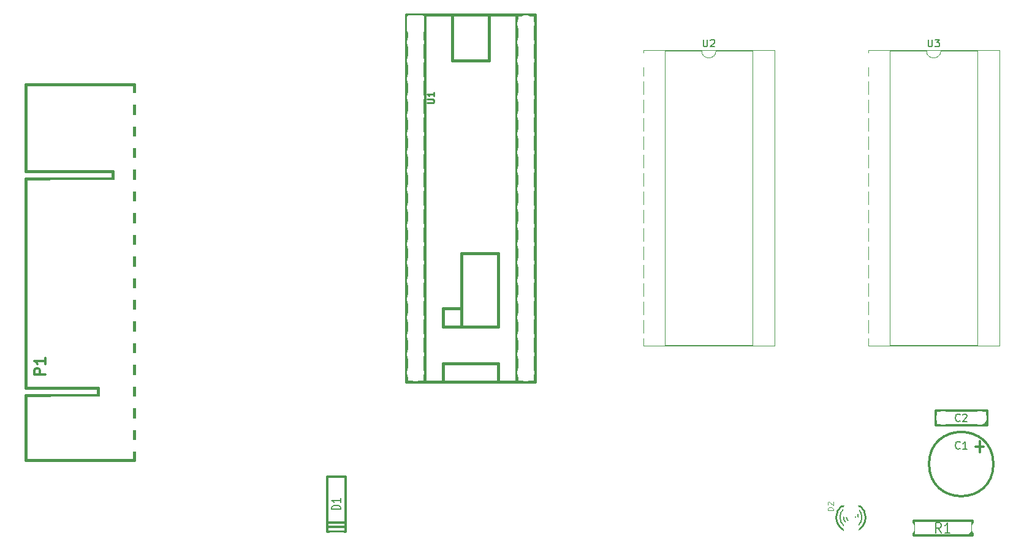
<source format=gto>
G04 #@! TF.GenerationSoftware,KiCad,Pcbnew,5.1.10*
G04 #@! TF.CreationDate,2021-08-31T10:28:22-07:00*
G04 #@! TF.ProjectId,rx5cart,72783563-6172-4742-9e6b-696361645f70,1*
G04 #@! TF.SameCoordinates,Original*
G04 #@! TF.FileFunction,Legend,Top*
G04 #@! TF.FilePolarity,Positive*
%FSLAX46Y46*%
G04 Gerber Fmt 4.6, Leading zero omitted, Abs format (unit mm)*
G04 Created by KiCad (PCBNEW 5.1.10) date 2021-08-31 10:28:22*
%MOMM*%
%LPD*%
G01*
G04 APERTURE LIST*
%ADD10C,0.304800*%
%ADD11C,0.152400*%
%ADD12C,0.254000*%
%ADD13C,0.120000*%
%ADD14C,0.381000*%
%ADD15C,0.088900*%
%ADD16C,0.150000*%
%ADD17C,0.228600*%
%ADD18C,0.203200*%
%ADD19C,2.184400*%
%ADD20O,2.908000X2.108000*%
%ADD21C,2.387600*%
%ADD22C,2.286000*%
%ADD23C,1.905000*%
G04 APERTURE END LIST*
D10*
X160709428Y-108095142D02*
X161870571Y-108095142D01*
X161290000Y-108869238D02*
X161290000Y-107321047D01*
D11*
X142534473Y-119026864D02*
G75*
G03*
X143510000Y-119380000I975527J1170864D01*
G01*
X143510469Y-119378111D02*
G75*
G03*
X144520920Y-118993920I-469J1522111D01*
G01*
X143509966Y-116333853D02*
G75*
G03*
X142519400Y-116700300I34J-1522147D01*
G01*
X144485527Y-116685136D02*
G75*
G03*
X143510000Y-116332000I-975527J-1170864D01*
G01*
X142622845Y-116616834D02*
G75*
G03*
X141986000Y-117856000I887155J-1239166D01*
G01*
X141986000Y-117856801D02*
G75*
G03*
X142595600Y-119075200I1524000J801D01*
G01*
X145032206Y-117855558D02*
G75*
G03*
X144444720Y-116654580I-1522206J-442D01*
G01*
X144446171Y-119058564D02*
G75*
G03*
X145034000Y-117856000I-936171J1202564D01*
G01*
X142875000Y-117856000D02*
G75*
G03*
X143510000Y-118491000I635000J0D01*
G01*
X142494000Y-117856000D02*
G75*
G03*
X143510000Y-118872000I1016000J0D01*
G01*
X144145000Y-117856000D02*
G75*
G03*
X143510000Y-117221000I-635000J0D01*
G01*
X144526000Y-117856000D02*
G75*
G03*
X143510000Y-116840000I-1016000J0D01*
G01*
D12*
X142206574Y-116297120D02*
G75*
G03*
X141478000Y-117856000I1303426J-1558880D01*
G01*
X141480540Y-117856975D02*
G75*
G03*
X142554960Y-119646700I2029460J975D01*
G01*
X145539386Y-117853448D02*
G75*
G03*
X144820640Y-116306600I-2029386J-2552D01*
G01*
X144519851Y-119619299D02*
G75*
G03*
X145542000Y-117856000I-1009851J1763299D01*
G01*
X142546653Y-119645130D02*
G75*
G03*
X143510000Y-119888000I963347J1789130D01*
G01*
X143510100Y-119886923D02*
G75*
G03*
X144574260Y-119585740I-100J2030923D01*
G01*
X144780000Y-116281200D02*
X142240000Y-116281200D01*
D13*
X153940000Y-53296600D02*
X148880000Y-53296600D01*
X148880000Y-53296600D02*
X148880000Y-94056600D01*
X148880000Y-94056600D02*
X161000000Y-94056600D01*
X161000000Y-94056600D02*
X161000000Y-53296600D01*
X161000000Y-53296600D02*
X155940000Y-53296600D01*
X145880000Y-53236600D02*
X145880000Y-94116600D01*
X145880000Y-94116600D02*
X164000000Y-94116600D01*
X164000000Y-94116600D02*
X164000000Y-53236600D01*
X164000000Y-53236600D02*
X145880000Y-53236600D01*
X155940000Y-53296600D02*
G75*
G02*
X153940000Y-53296600I-1000000J0D01*
G01*
X122876001Y-53296600D02*
X117816001Y-53296600D01*
X117816001Y-53296600D02*
X117816001Y-94056600D01*
X117816001Y-94056600D02*
X129936001Y-94056600D01*
X129936001Y-94056600D02*
X129936001Y-53296600D01*
X129936001Y-53296600D02*
X124876001Y-53296600D01*
X114816001Y-53236600D02*
X114816001Y-94116600D01*
X114816001Y-94116600D02*
X132936001Y-94116600D01*
X132936001Y-94116600D02*
X132936001Y-53236600D01*
X132936001Y-53236600D02*
X114816001Y-53236600D01*
X124876001Y-53296600D02*
G75*
G02*
X122876001Y-53296600I-1000000J0D01*
G01*
D14*
X82095340Y-48323500D02*
X99875340Y-48323500D01*
X82095340Y-99123500D02*
X82095340Y-48323500D01*
X99875340Y-99123500D02*
X82095340Y-99123500D01*
X99875340Y-48323500D02*
X99875340Y-99123500D01*
X97335340Y-48323500D02*
X97335340Y-99123500D01*
X84635340Y-99123500D02*
X84635340Y-48323500D01*
X88445340Y-54673500D02*
X88445340Y-48323500D01*
X93525340Y-54673500D02*
X88445340Y-54673500D01*
X93525340Y-48323500D02*
X93525340Y-54673500D01*
X87175340Y-96583500D02*
X87175340Y-99123500D01*
X94795340Y-96583500D02*
X87175340Y-96583500D01*
X94795340Y-99123500D02*
X94795340Y-96583500D01*
X94795340Y-81343500D02*
X94795340Y-91503500D01*
X89715340Y-81343500D02*
X94795340Y-81343500D01*
X89715340Y-88963500D02*
X89715340Y-81343500D01*
X87175340Y-88963500D02*
X89715340Y-88963500D01*
X87175340Y-91503500D02*
X87175340Y-88963500D01*
X94795340Y-91503500D02*
X87175340Y-91503500D01*
X89715340Y-88963500D02*
X89715340Y-91503500D01*
D10*
X151130000Y-119380000D02*
X152146000Y-119380000D01*
X160274000Y-119888000D02*
X159766000Y-120396000D01*
X160274000Y-118364000D02*
X160274000Y-119380000D01*
X152146000Y-118364000D02*
X160274000Y-118364000D01*
X152146000Y-120396000D02*
X152146000Y-118364000D01*
X160274000Y-120396000D02*
X152146000Y-120396000D01*
X160274000Y-119380000D02*
X160274000Y-120396000D01*
X161290000Y-119380000D02*
X160274000Y-119380000D01*
D14*
X29509720Y-100970080D02*
X29509720Y-109969300D01*
X29509720Y-70970140D02*
X29509720Y-99969320D01*
X29509720Y-69969380D02*
X29509720Y-57970420D01*
X29509720Y-57970420D02*
X29509720Y-69969380D01*
X29507180Y-69969380D02*
X41506140Y-69969380D01*
X41506140Y-69969380D02*
X41506140Y-70970140D01*
X41506140Y-70970140D02*
X29507180Y-70970140D01*
X29509720Y-100970080D02*
X39509700Y-100970080D01*
X39509700Y-100970080D02*
X39509700Y-99969320D01*
X39509700Y-99969320D02*
X29509720Y-99969320D01*
X29509720Y-109969300D02*
X44510960Y-109969300D01*
X44510960Y-109969300D02*
X44510960Y-57970420D01*
X44510960Y-57970420D02*
X29509720Y-57970420D01*
D10*
X72443340Y-119824500D02*
X72443340Y-121094500D01*
X72443340Y-112204500D02*
X72443340Y-110934500D01*
X71173340Y-118554500D02*
X73713340Y-118554500D01*
X73713340Y-119189500D02*
X71173340Y-119189500D01*
X71173340Y-112204500D02*
X73713340Y-112204500D01*
X71173340Y-119824500D02*
X71173340Y-112204500D01*
X73713340Y-119824500D02*
X71173340Y-119824500D01*
X73713340Y-112204500D02*
X73713340Y-119824500D01*
X162306000Y-104648000D02*
X161798000Y-105156000D01*
X162306000Y-103124000D02*
X162306000Y-105156000D01*
X155194000Y-103124000D02*
X162306000Y-103124000D01*
X155194000Y-105156000D02*
X155194000Y-103124000D01*
X162306000Y-105156000D02*
X155194000Y-105156000D01*
X163195000Y-110490000D02*
G75*
G03*
X163195000Y-110490000I-4445000J0D01*
G01*
D15*
X141060714Y-116894428D02*
X140298714Y-116894428D01*
X140298714Y-116713000D01*
X140335000Y-116604142D01*
X140407571Y-116531571D01*
X140480142Y-116495285D01*
X140625285Y-116459000D01*
X140734142Y-116459000D01*
X140879285Y-116495285D01*
X140951857Y-116531571D01*
X141024428Y-116604142D01*
X141060714Y-116713000D01*
X141060714Y-116894428D01*
X140371285Y-116168714D02*
X140335000Y-116132428D01*
X140298714Y-116059857D01*
X140298714Y-115878428D01*
X140335000Y-115805857D01*
X140371285Y-115769571D01*
X140443857Y-115733285D01*
X140516428Y-115733285D01*
X140625285Y-115769571D01*
X141060714Y-116205000D01*
X141060714Y-115733285D01*
D16*
X154178095Y-51748980D02*
X154178095Y-52558504D01*
X154225714Y-52653742D01*
X154273333Y-52701361D01*
X154368571Y-52748980D01*
X154559047Y-52748980D01*
X154654285Y-52701361D01*
X154701904Y-52653742D01*
X154749523Y-52558504D01*
X154749523Y-51748980D01*
X155130476Y-51748980D02*
X155749523Y-51748980D01*
X155416190Y-52129933D01*
X155559047Y-52129933D01*
X155654285Y-52177552D01*
X155701904Y-52225171D01*
X155749523Y-52320409D01*
X155749523Y-52558504D01*
X155701904Y-52653742D01*
X155654285Y-52701361D01*
X155559047Y-52748980D01*
X155273333Y-52748980D01*
X155178095Y-52701361D01*
X155130476Y-52653742D01*
X123114096Y-51748980D02*
X123114096Y-52558504D01*
X123161715Y-52653742D01*
X123209334Y-52701361D01*
X123304572Y-52748980D01*
X123495048Y-52748980D01*
X123590286Y-52701361D01*
X123637905Y-52653742D01*
X123685524Y-52558504D01*
X123685524Y-51748980D01*
X124114096Y-51844219D02*
X124161715Y-51796600D01*
X124256953Y-51748980D01*
X124495048Y-51748980D01*
X124590286Y-51796600D01*
X124637905Y-51844219D01*
X124685524Y-51939457D01*
X124685524Y-52034695D01*
X124637905Y-52177552D01*
X124066477Y-52748980D01*
X124685524Y-52748980D01*
D17*
X84985497Y-60521305D02*
X85725725Y-60521305D01*
X85812811Y-60477762D01*
X85856354Y-60434220D01*
X85899897Y-60347134D01*
X85899897Y-60172962D01*
X85856354Y-60085877D01*
X85812811Y-60042334D01*
X85725725Y-59998791D01*
X84985497Y-59998791D01*
X85899897Y-59084391D02*
X85899897Y-59606905D01*
X85899897Y-59345648D02*
X84985497Y-59345648D01*
X85116125Y-59432734D01*
X85203211Y-59519820D01*
X85246754Y-59606905D01*
D18*
X155998333Y-120011976D02*
X155575000Y-119346738D01*
X155272619Y-120011976D02*
X155272619Y-118614976D01*
X155756428Y-118614976D01*
X155877380Y-118681500D01*
X155937857Y-118748023D01*
X155998333Y-118881071D01*
X155998333Y-119080642D01*
X155937857Y-119213690D01*
X155877380Y-119280214D01*
X155756428Y-119346738D01*
X155272619Y-119346738D01*
X157207857Y-120011976D02*
X156482142Y-120011976D01*
X156845000Y-120011976D02*
X156845000Y-118614976D01*
X156724047Y-118814547D01*
X156603095Y-118947595D01*
X156482142Y-119014119D01*
D10*
X32198128Y-98094437D02*
X30674128Y-98094437D01*
X30674128Y-97513865D01*
X30746700Y-97368722D01*
X30819271Y-97296151D01*
X30964414Y-97223580D01*
X31182128Y-97223580D01*
X31327271Y-97296151D01*
X31399842Y-97368722D01*
X31472414Y-97513865D01*
X31472414Y-98094437D01*
X32198128Y-95772151D02*
X32198128Y-96643008D01*
X32198128Y-96207580D02*
X30674128Y-96207580D01*
X30891842Y-96352722D01*
X31036985Y-96497865D01*
X31109557Y-96643008D01*
D18*
X73017863Y-116764404D02*
X71747863Y-116764404D01*
X71747863Y-116522500D01*
X71808340Y-116377357D01*
X71929292Y-116280595D01*
X72050244Y-116232214D01*
X72292149Y-116183833D01*
X72473578Y-116183833D01*
X72715482Y-116232214D01*
X72836435Y-116280595D01*
X72957387Y-116377357D01*
X73017863Y-116522500D01*
X73017863Y-116764404D01*
X73017863Y-115216214D02*
X73017863Y-115796785D01*
X73017863Y-115506500D02*
X71747863Y-115506500D01*
X71929292Y-115603261D01*
X72050244Y-115700023D01*
X72110720Y-115796785D01*
X158580666Y-104502857D02*
X158532285Y-104551238D01*
X158387142Y-104599619D01*
X158290380Y-104599619D01*
X158145238Y-104551238D01*
X158048476Y-104454476D01*
X158000095Y-104357714D01*
X157951714Y-104164190D01*
X157951714Y-104019047D01*
X158000095Y-103825523D01*
X158048476Y-103728761D01*
X158145238Y-103632000D01*
X158290380Y-103583619D01*
X158387142Y-103583619D01*
X158532285Y-103632000D01*
X158580666Y-103680380D01*
X158967714Y-103680380D02*
X159016095Y-103632000D01*
X159112857Y-103583619D01*
X159354761Y-103583619D01*
X159451523Y-103632000D01*
X159499904Y-103680380D01*
X159548285Y-103777142D01*
X159548285Y-103873904D01*
X159499904Y-104019047D01*
X158919333Y-104599619D01*
X159548285Y-104599619D01*
X158580666Y-108312857D02*
X158532285Y-108361238D01*
X158387142Y-108409619D01*
X158290380Y-108409619D01*
X158145238Y-108361238D01*
X158048476Y-108264476D01*
X158000095Y-108167714D01*
X157951714Y-107974190D01*
X157951714Y-107829047D01*
X158000095Y-107635523D01*
X158048476Y-107538761D01*
X158145238Y-107442000D01*
X158290380Y-107393619D01*
X158387142Y-107393619D01*
X158532285Y-107442000D01*
X158580666Y-107490380D01*
X159548285Y-108409619D02*
X158967714Y-108409619D01*
X159258000Y-108409619D02*
X159258000Y-107393619D01*
X159161238Y-107538761D01*
X159064476Y-107635523D01*
X158967714Y-107683904D01*
%LPC*%
D19*
X143510000Y-119380000D03*
X143510000Y-116840000D03*
D20*
X162560000Y-54626600D03*
X147320000Y-92726600D03*
X162560000Y-57166600D03*
X147320000Y-90186600D03*
X162560000Y-59706600D03*
X147320000Y-87646600D03*
X162560000Y-62246600D03*
X147320000Y-85106600D03*
X162560000Y-64786600D03*
X147320000Y-82566600D03*
X162560000Y-67326600D03*
X147320000Y-80026600D03*
X162560000Y-69866600D03*
X147320000Y-77486600D03*
X162560000Y-72406600D03*
X147320000Y-74946600D03*
X162560000Y-74946600D03*
X147320000Y-72406600D03*
X162560000Y-77486600D03*
X147320000Y-69866600D03*
X162560000Y-80026600D03*
X147320000Y-67326600D03*
X162560000Y-82566600D03*
X147320000Y-64786600D03*
X162560000Y-85106600D03*
X147320000Y-62246600D03*
X162560000Y-87646600D03*
X147320000Y-59706600D03*
X162560000Y-90186600D03*
X147320000Y-57166600D03*
X162560000Y-92726600D03*
G36*
G01*
X145866000Y-55426600D02*
X145866000Y-53826600D01*
G75*
G02*
X146120000Y-53572600I254000J0D01*
G01*
X148520000Y-53572600D01*
G75*
G02*
X148774000Y-53826600I0J-254000D01*
G01*
X148774000Y-55426600D01*
G75*
G02*
X148520000Y-55680600I-254000J0D01*
G01*
X146120000Y-55680600D01*
G75*
G02*
X145866000Y-55426600I0J254000D01*
G01*
G37*
X131496001Y-54626600D03*
X116256001Y-92726600D03*
X131496001Y-57166600D03*
X116256001Y-90186600D03*
X131496001Y-59706600D03*
X116256001Y-87646600D03*
X131496001Y-62246600D03*
X116256001Y-85106600D03*
X131496001Y-64786600D03*
X116256001Y-82566600D03*
X131496001Y-67326600D03*
X116256001Y-80026600D03*
X131496001Y-69866600D03*
X116256001Y-77486600D03*
X131496001Y-72406600D03*
X116256001Y-74946600D03*
X131496001Y-74946600D03*
X116256001Y-72406600D03*
X131496001Y-77486600D03*
X116256001Y-69866600D03*
X131496001Y-80026600D03*
X116256001Y-67326600D03*
X131496001Y-82566600D03*
X116256001Y-64786600D03*
X131496001Y-85106600D03*
X116256001Y-62246600D03*
X131496001Y-87646600D03*
X116256001Y-59706600D03*
X131496001Y-90186600D03*
X116256001Y-57166600D03*
X131496001Y-92726600D03*
G36*
G01*
X114802001Y-55426600D02*
X114802001Y-53826600D01*
G75*
G02*
X115056001Y-53572600I254000J0D01*
G01*
X117456001Y-53572600D01*
G75*
G02*
X117710001Y-53826600I0J-254000D01*
G01*
X117710001Y-55426600D01*
G75*
G02*
X117456001Y-55680600I-254000J0D01*
G01*
X115056001Y-55680600D01*
G75*
G02*
X114802001Y-55426600I0J254000D01*
G01*
G37*
G36*
G01*
X82425540Y-48399700D02*
X84305140Y-48399700D01*
G75*
G02*
X84559140Y-48653700I0J-254000D01*
G01*
X84559140Y-50533300D01*
G75*
G02*
X84305140Y-50787300I-254000J0D01*
G01*
X82425540Y-50787300D01*
G75*
G02*
X82171540Y-50533300I0J254000D01*
G01*
X82171540Y-48653700D01*
G75*
G02*
X82425540Y-48399700I254000J0D01*
G01*
G37*
D21*
X83365340Y-52133500D03*
X83365340Y-54673500D03*
X83365340Y-57213500D03*
X83365340Y-59753500D03*
X83365340Y-62293500D03*
X83365340Y-64833500D03*
X83365340Y-67373500D03*
X83365340Y-69913500D03*
X83365340Y-72453500D03*
X83365340Y-74993500D03*
X83365340Y-77533500D03*
X83365340Y-80073500D03*
X83365340Y-82613500D03*
X83365340Y-85153500D03*
X83365340Y-87693500D03*
X83365340Y-90233500D03*
X83365340Y-92773500D03*
X83365340Y-95313500D03*
X83365340Y-97853500D03*
X98605340Y-97853500D03*
X98605340Y-95313500D03*
X98605340Y-92773500D03*
X98605340Y-90233500D03*
X98605340Y-87693500D03*
X98605340Y-85153500D03*
X98605340Y-82613500D03*
X98605340Y-80073500D03*
X98605340Y-77533500D03*
X98605340Y-74993500D03*
X98605340Y-72453500D03*
X98605340Y-69913500D03*
X98605340Y-67373500D03*
X98605340Y-64833500D03*
X98605340Y-62293500D03*
X98605340Y-59753500D03*
X98605340Y-57213500D03*
X98605340Y-54673500D03*
X98605340Y-52133500D03*
X98605340Y-49593500D03*
D22*
X161290000Y-119380000D03*
X151130000Y-119380000D03*
G36*
G01*
X46009560Y-60773310D02*
X33009840Y-60773310D01*
G75*
G02*
X32755840Y-60519310I0J254000D01*
G01*
X32755840Y-59419490D01*
G75*
G02*
X33009840Y-59165490I254000J0D01*
G01*
X46009560Y-59165490D01*
G75*
G02*
X46263560Y-59419490I0J-254000D01*
G01*
X46263560Y-60519310D01*
G75*
G02*
X46009560Y-60773310I-254000J0D01*
G01*
G37*
G36*
G01*
X46009560Y-63773050D02*
X33009840Y-63773050D01*
G75*
G02*
X32755840Y-63519050I0J254000D01*
G01*
X32755840Y-62419230D01*
G75*
G02*
X33009840Y-62165230I254000J0D01*
G01*
X46009560Y-62165230D01*
G75*
G02*
X46263560Y-62419230I0J-254000D01*
G01*
X46263560Y-63519050D01*
G75*
G02*
X46009560Y-63773050I-254000J0D01*
G01*
G37*
G36*
G01*
X46009560Y-66775330D02*
X33009840Y-66775330D01*
G75*
G02*
X32755840Y-66521330I0J254000D01*
G01*
X32755840Y-65421510D01*
G75*
G02*
X33009840Y-65167510I254000J0D01*
G01*
X46009560Y-65167510D01*
G75*
G02*
X46263560Y-65421510I0J-254000D01*
G01*
X46263560Y-66521330D01*
G75*
G02*
X46009560Y-66775330I-254000J0D01*
G01*
G37*
G36*
G01*
X46009560Y-69775070D02*
X33009840Y-69775070D01*
G75*
G02*
X32755840Y-69521070I0J254000D01*
G01*
X32755840Y-68421250D01*
G75*
G02*
X33009840Y-68167250I254000J0D01*
G01*
X46009560Y-68167250D01*
G75*
G02*
X46263560Y-68421250I0J-254000D01*
G01*
X46263560Y-69521070D01*
G75*
G02*
X46009560Y-69775070I-254000J0D01*
G01*
G37*
G36*
G01*
X46009560Y-72774810D02*
X33009840Y-72774810D01*
G75*
G02*
X32755840Y-72520810I0J254000D01*
G01*
X32755840Y-71420990D01*
G75*
G02*
X33009840Y-71166990I254000J0D01*
G01*
X46009560Y-71166990D01*
G75*
G02*
X46263560Y-71420990I0J-254000D01*
G01*
X46263560Y-72520810D01*
G75*
G02*
X46009560Y-72774810I-254000J0D01*
G01*
G37*
G36*
G01*
X46009560Y-75774550D02*
X33009840Y-75774550D01*
G75*
G02*
X32755840Y-75520550I0J254000D01*
G01*
X32755840Y-74420730D01*
G75*
G02*
X33009840Y-74166730I254000J0D01*
G01*
X46009560Y-74166730D01*
G75*
G02*
X46263560Y-74420730I0J-254000D01*
G01*
X46263560Y-75520550D01*
G75*
G02*
X46009560Y-75774550I-254000J0D01*
G01*
G37*
G36*
G01*
X46009560Y-78774290D02*
X33009840Y-78774290D01*
G75*
G02*
X32755840Y-78520290I0J254000D01*
G01*
X32755840Y-77420470D01*
G75*
G02*
X33009840Y-77166470I254000J0D01*
G01*
X46009560Y-77166470D01*
G75*
G02*
X46263560Y-77420470I0J-254000D01*
G01*
X46263560Y-78520290D01*
G75*
G02*
X46009560Y-78774290I-254000J0D01*
G01*
G37*
G36*
G01*
X46009560Y-81774030D02*
X33009840Y-81774030D01*
G75*
G02*
X32755840Y-81520030I0J254000D01*
G01*
X32755840Y-80420210D01*
G75*
G02*
X33009840Y-80166210I254000J0D01*
G01*
X46009560Y-80166210D01*
G75*
G02*
X46263560Y-80420210I0J-254000D01*
G01*
X46263560Y-81520030D01*
G75*
G02*
X46009560Y-81774030I-254000J0D01*
G01*
G37*
G36*
G01*
X46009560Y-84773770D02*
X33009840Y-84773770D01*
G75*
G02*
X32755840Y-84519770I0J254000D01*
G01*
X32755840Y-83419950D01*
G75*
G02*
X33009840Y-83165950I254000J0D01*
G01*
X46009560Y-83165950D01*
G75*
G02*
X46263560Y-83419950I0J-254000D01*
G01*
X46263560Y-84519770D01*
G75*
G02*
X46009560Y-84773770I-254000J0D01*
G01*
G37*
G36*
G01*
X46009560Y-87773510D02*
X33009840Y-87773510D01*
G75*
G02*
X32755840Y-87519510I0J254000D01*
G01*
X32755840Y-86419690D01*
G75*
G02*
X33009840Y-86165690I254000J0D01*
G01*
X46009560Y-86165690D01*
G75*
G02*
X46263560Y-86419690I0J-254000D01*
G01*
X46263560Y-87519510D01*
G75*
G02*
X46009560Y-87773510I-254000J0D01*
G01*
G37*
G36*
G01*
X46009560Y-90773250D02*
X33009840Y-90773250D01*
G75*
G02*
X32755840Y-90519250I0J254000D01*
G01*
X32755840Y-89419430D01*
G75*
G02*
X33009840Y-89165430I254000J0D01*
G01*
X46009560Y-89165430D01*
G75*
G02*
X46263560Y-89419430I0J-254000D01*
G01*
X46263560Y-90519250D01*
G75*
G02*
X46009560Y-90773250I-254000J0D01*
G01*
G37*
G36*
G01*
X46009560Y-93772990D02*
X33009840Y-93772990D01*
G75*
G02*
X32755840Y-93518990I0J254000D01*
G01*
X32755840Y-92419170D01*
G75*
G02*
X33009840Y-92165170I254000J0D01*
G01*
X46009560Y-92165170D01*
G75*
G02*
X46263560Y-92419170I0J-254000D01*
G01*
X46263560Y-93518990D01*
G75*
G02*
X46009560Y-93772990I-254000J0D01*
G01*
G37*
G36*
G01*
X46009560Y-96775270D02*
X33009840Y-96775270D01*
G75*
G02*
X32755840Y-96521270I0J254000D01*
G01*
X32755840Y-95421450D01*
G75*
G02*
X33009840Y-95167450I254000J0D01*
G01*
X46009560Y-95167450D01*
G75*
G02*
X46263560Y-95421450I0J-254000D01*
G01*
X46263560Y-96521270D01*
G75*
G02*
X46009560Y-96775270I-254000J0D01*
G01*
G37*
G36*
G01*
X46009560Y-99775010D02*
X33009840Y-99775010D01*
G75*
G02*
X32755840Y-99521010I0J254000D01*
G01*
X32755840Y-98421190D01*
G75*
G02*
X33009840Y-98167190I254000J0D01*
G01*
X46009560Y-98167190D01*
G75*
G02*
X46263560Y-98421190I0J-254000D01*
G01*
X46263560Y-99521010D01*
G75*
G02*
X46009560Y-99775010I-254000J0D01*
G01*
G37*
G36*
G01*
X46009560Y-102774750D02*
X33009840Y-102774750D01*
G75*
G02*
X32755840Y-102520750I0J254000D01*
G01*
X32755840Y-101420930D01*
G75*
G02*
X33009840Y-101166930I254000J0D01*
G01*
X46009560Y-101166930D01*
G75*
G02*
X46263560Y-101420930I0J-254000D01*
G01*
X46263560Y-102520750D01*
G75*
G02*
X46009560Y-102774750I-254000J0D01*
G01*
G37*
G36*
G01*
X46009560Y-105774490D02*
X33009840Y-105774490D01*
G75*
G02*
X32755840Y-105520490I0J254000D01*
G01*
X32755840Y-104420670D01*
G75*
G02*
X33009840Y-104166670I254000J0D01*
G01*
X46009560Y-104166670D01*
G75*
G02*
X46263560Y-104420670I0J-254000D01*
G01*
X46263560Y-105520490D01*
G75*
G02*
X46009560Y-105774490I-254000J0D01*
G01*
G37*
G36*
G01*
X46009560Y-108774230D02*
X33009840Y-108774230D01*
G75*
G02*
X32755840Y-108520230I0J254000D01*
G01*
X32755840Y-107420410D01*
G75*
G02*
X33009840Y-107166410I254000J0D01*
G01*
X46009560Y-107166410D01*
G75*
G02*
X46263560Y-107420410I0J-254000D01*
G01*
X46263560Y-108520230D01*
G75*
G02*
X46009560Y-108774230I-254000J0D01*
G01*
G37*
X72443340Y-110934500D03*
G36*
G01*
X71554340Y-119951500D02*
X73332340Y-119951500D01*
G75*
G02*
X73586340Y-120205500I0J-254000D01*
G01*
X73586340Y-121983500D01*
G75*
G02*
X73332340Y-122237500I-254000J0D01*
G01*
X71554340Y-122237500D01*
G75*
G02*
X71300340Y-121983500I0J254000D01*
G01*
X71300340Y-120205500D01*
G75*
G02*
X71554340Y-119951500I254000J0D01*
G01*
G37*
D23*
X161290000Y-104140000D03*
X156210000Y-104140000D03*
G36*
G01*
X162433000Y-109601000D02*
X162433000Y-111379000D01*
G75*
G02*
X162179000Y-111633000I-254000J0D01*
G01*
X160401000Y-111633000D01*
G75*
G02*
X160147000Y-111379000I0J254000D01*
G01*
X160147000Y-109601000D01*
G75*
G02*
X160401000Y-109347000I254000J0D01*
G01*
X162179000Y-109347000D01*
G75*
G02*
X162433000Y-109601000I0J-254000D01*
G01*
G37*
D22*
X156210000Y-110490000D03*
M02*

</source>
